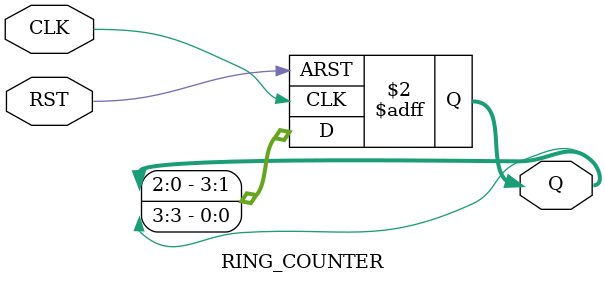
<source format=v>
module RING_COUNTER (
    input CLK,       // Clock input
    input RST,       // Reset input
    output reg [3:0] Q // 4-bit output
);

    // On the rising edge of the clock or reset, update the ring counter
    always @(posedge CLK or posedge RST) begin
        if (RST) begin
            Q <= 4'b0001; // Initialize the counter with a single "1"
        end else begin
            Q <= {Q[2:0], Q[3]}; // Shift the bits and rotate
        end
    end

endmodule


</source>
